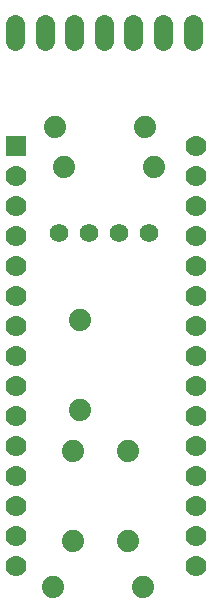
<source format=gtl>
G04 Layer: TopLayer*
G04 EasyEDA v6.4.25, 2022-02-04T10:32:35+01:00*
G04 956263b731bf459f90372ec277b1d7cd,10*
G04 Gerber Generator version 0.2*
G04 Scale: 100 percent, Rotated: No, Reflected: No *
G04 Dimensions in millimeters *
G04 leading zeros omitted , absolute positions ,4 integer and 5 decimal *
%FSLAX45Y45*%
%MOMM*%

%ADD11R,1.7780X1.7780*%
%ADD12C,1.7780*%
%ADD13C,1.5748*%
%ADD14C,1.8796*%
%ADD15C,1.6000*%

%LPD*%
D11*
G01*
X812800Y-1409700D03*
D12*
G01*
X812800Y-1663700D03*
G01*
X812800Y-1917700D03*
G01*
X812800Y-2171700D03*
G01*
X812800Y-2425700D03*
G01*
X812800Y-2679700D03*
G01*
X812800Y-2933700D03*
G01*
X812800Y-3187700D03*
G01*
X812800Y-3441700D03*
G01*
X812800Y-3695700D03*
G01*
X812800Y-3949700D03*
G01*
X812800Y-4203700D03*
G01*
X812800Y-4457700D03*
G01*
X812800Y-4711700D03*
G01*
X812800Y-4965700D03*
G01*
X2336800Y-1409700D03*
G01*
X2336800Y-1663700D03*
G01*
X2336800Y-1917700D03*
G01*
X2336800Y-2171700D03*
G01*
X2336800Y-2425700D03*
G01*
X2336800Y-2679700D03*
G01*
X2336800Y-2933700D03*
G01*
X2336800Y-3187700D03*
G01*
X2336800Y-3441700D03*
G01*
X2336800Y-3695700D03*
G01*
X2336800Y-3949700D03*
G01*
X2336800Y-4203700D03*
G01*
X2336800Y-4457700D03*
G01*
X2336800Y-4711700D03*
G01*
X2336800Y-4965700D03*
D13*
G01*
X1435100Y-2146300D03*
G01*
X1689100Y-2146300D03*
G01*
X1943100Y-2146300D03*
G01*
X1181100Y-2146300D03*
D14*
G01*
X1981200Y-1587500D03*
G01*
X1219200Y-1587500D03*
G01*
X1143000Y-1244600D03*
G01*
X1905000Y-1244600D03*
G01*
X1295400Y-4749800D03*
G01*
X1295400Y-3987800D03*
G01*
X1765300Y-4749800D03*
G01*
X1765300Y-3987800D03*
G01*
X1130300Y-5143500D03*
G01*
X1892300Y-5143500D03*
G01*
X1358900Y-3644900D03*
G01*
X1358900Y-2882900D03*
D15*
X2311400Y-514499D02*
G01*
X2311400Y-374500D01*
X2061387Y-514499D02*
G01*
X2061387Y-374500D01*
X1811401Y-514499D02*
G01*
X1811401Y-374500D01*
X1561388Y-514499D02*
G01*
X1561388Y-374500D01*
X1311402Y-514499D02*
G01*
X1311402Y-374500D01*
X1061389Y-514499D02*
G01*
X1061389Y-374500D01*
X811403Y-514499D02*
G01*
X811403Y-374500D01*
M02*

</source>
